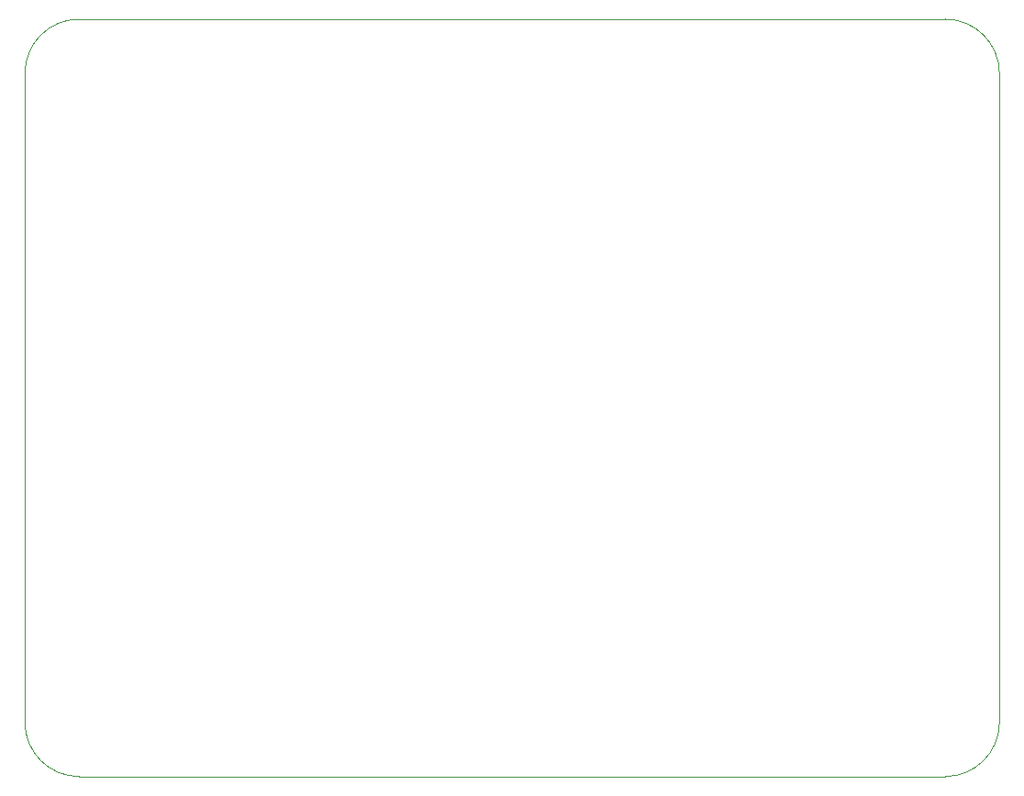
<source format=gbr>
%TF.GenerationSoftware,KiCad,Pcbnew,7.0.7*%
%TF.CreationDate,2023-10-25T17:12:01+02:00*%
%TF.ProjectId,kicad_chat-souris,6b696361-645f-4636-9861-742d736f7572,rev?*%
%TF.SameCoordinates,Original*%
%TF.FileFunction,Profile,NP*%
%FSLAX46Y46*%
G04 Gerber Fmt 4.6, Leading zero omitted, Abs format (unit mm)*
G04 Created by KiCad (PCBNEW 7.0.7) date 2023-10-25 17:12:01*
%MOMM*%
%LPD*%
G01*
G04 APERTURE LIST*
%TA.AperFunction,Profile*%
%ADD10C,0.100000*%
%TD*%
G04 APERTURE END LIST*
D10*
X185000000Y-120000000D02*
X105000000Y-120000000D01*
X100000000Y-115000000D02*
X100000000Y-55000000D01*
X190000000Y-55000000D02*
X190000000Y-115000000D01*
X105000000Y-50000000D02*
X185000000Y-50000000D01*
X105000000Y-50000000D02*
G75*
G03*
X100000000Y-55000000I0J-5000000D01*
G01*
X190000000Y-55000000D02*
G75*
G03*
X185000000Y-50000000I-5000000J0D01*
G01*
X185000000Y-120000000D02*
G75*
G03*
X190000000Y-115000000I0J5000000D01*
G01*
X100000000Y-115000000D02*
G75*
G03*
X105000000Y-120000000I5000000J0D01*
G01*
M02*

</source>
